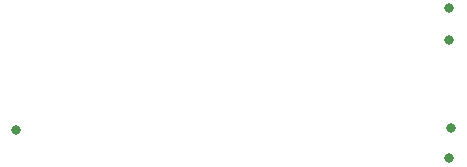
<source format=gbp>
%FSLAX25Y25*%
%MOIN*%
G70*
G01*
G75*
G04 Layer_Color=128*
%ADD10C,0.00500*%
%ADD11R,0.04500X0.05000*%
%ADD12R,0.03500X0.03200*%
%ADD13R,0.00984X0.02165*%
%ADD14R,0.03200X0.03000*%
%ADD15R,0.03200X0.03500*%
%ADD16C,0.01500*%
%ADD17C,0.02000*%
%ADD18C,0.01000*%
%ADD19R,0.06000X0.06000*%
%ADD20C,0.06000*%
%ADD21C,0.03937*%
%ADD22C,0.04000*%
%ADD23C,0.02400*%
%ADD24C,0.03200*%
%ADD25C,0.01200*%
%ADD26C,0.03000*%
%ADD27C,0.00400*%
%ADD28C,0.00200*%
%ADD29C,0.00800*%
%ADD30R,0.04900X0.05400*%
%ADD31R,0.03900X0.03600*%
%ADD32R,0.01384X0.02565*%
%ADD33R,0.03600X0.03400*%
%ADD34R,0.03600X0.03900*%
%ADD35R,0.06400X0.06400*%
%ADD36C,0.06400*%
%ADD37C,0.12598*%
%ADD38C,0.12000*%
%ADD39C,0.02800*%
%ADD40C,0.03600*%
D24*
X271500Y144000D02*
D03*
X271000Y134000D02*
D03*
Y184000D02*
D03*
Y173500D02*
D03*
X126497Y143500D02*
D03*
M02*

</source>
